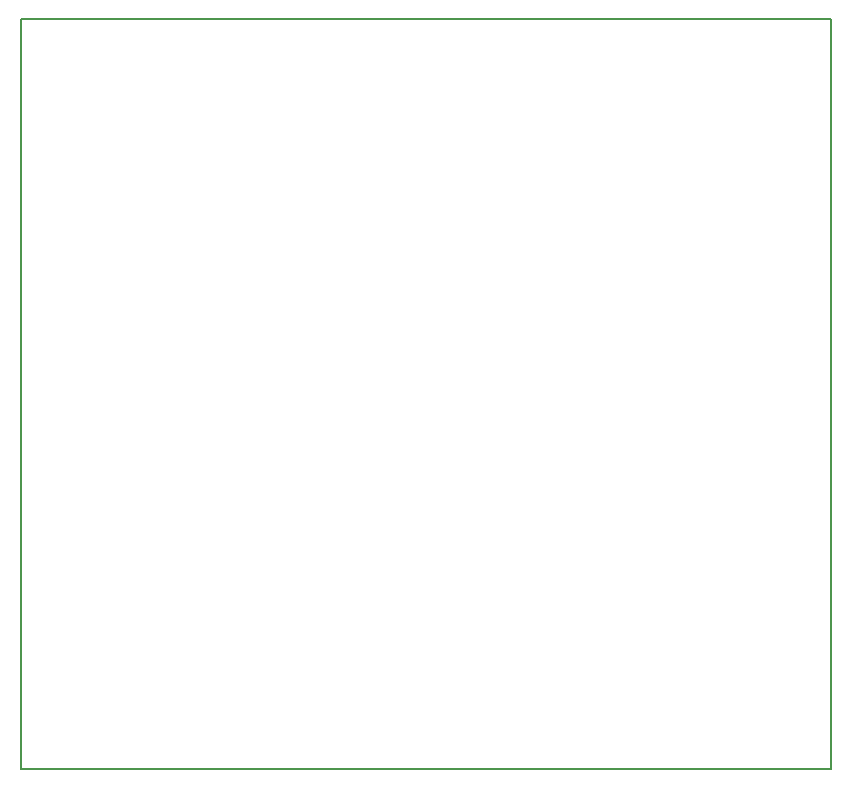
<source format=gbr>
%TF.GenerationSoftware,Novarm,DipTrace,3.2.0.1*%
%TF.CreationDate,2017-11-24T17:42:08-08:00*%
%FSLAX26Y26*%
%MOIN*%
%TF.FileFunction,Profile*%
%TF.Part,Single*%
%ADD11C,0.005512*%
G75*
G01*
%LPD*%
X394000Y2894000D2*
D11*
Y394000D1*
X3094000D1*
Y2894000D1*
X394000D1*
M02*

</source>
